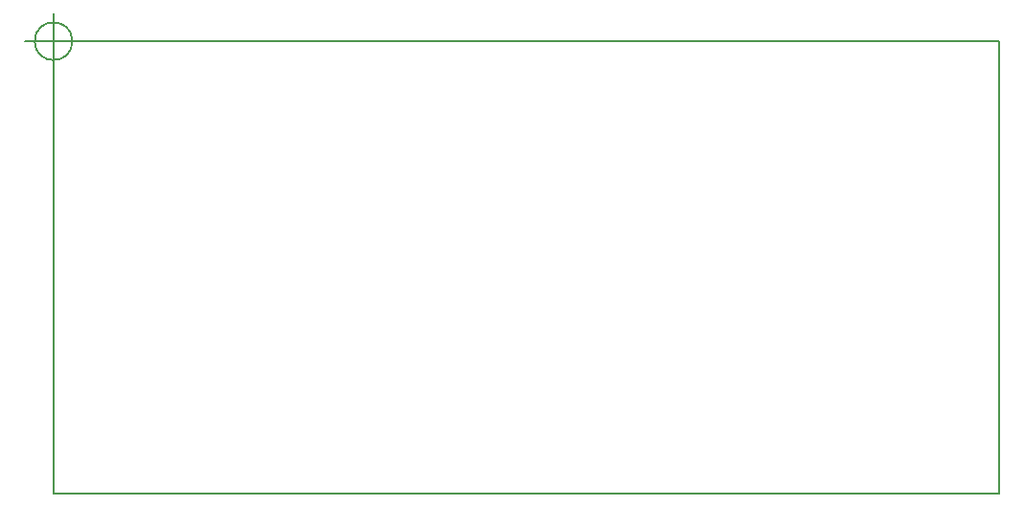
<source format=gm1>
G04 #@! TF.FileFunction,Profile,NP*
%FSLAX46Y46*%
G04 Gerber Fmt 4.6, Leading zero omitted, Abs format (unit mm)*
G04 Created by KiCad (PCBNEW 4.0.7) date 07/02/21 11:45:22*
%MOMM*%
%LPD*%
G01*
G04 APERTURE LIST*
%ADD10C,0.200000*%
%ADD11C,0.150000*%
G04 APERTURE END LIST*
D10*
D11*
X1666666Y0D02*
G75*
G03X1666666Y0I-1666666J0D01*
G01*
X-2500000Y0D02*
X2500000Y0D01*
X0Y2500000D02*
X0Y-2500000D01*
X83600000Y-40000000D02*
X0Y-40000000D01*
X83600000Y0D02*
X83600000Y-40000000D01*
X0Y0D02*
X83600000Y0D01*
X0Y-40000000D02*
X0Y0D01*
M02*

</source>
